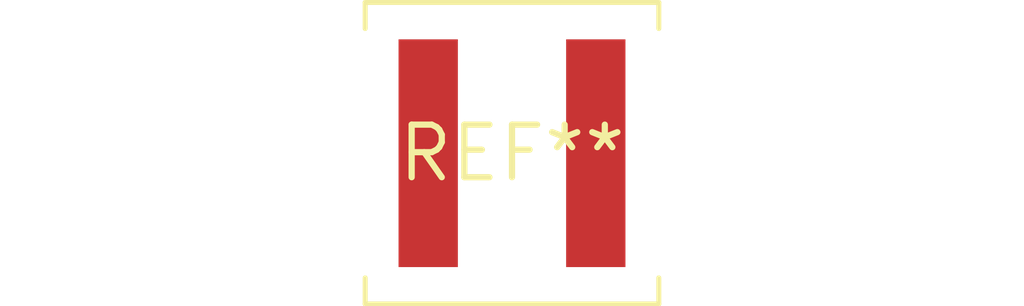
<source format=kicad_pcb>
(kicad_pcb (version 20240108) (generator pcbnew)
  (layers (0 "F.Cu" signal) (31 "B.Cu" signal) (34 "B.Paste" user) (35 "F.Paste" user) (36 "B.SilkS" user "B.Silkscreen") (37 "F.SilkS" user "F.Silkscreen") (38 "B.Mask" user) (39 "F.Mask" user) (44 "Edge.Cuts" user))
  (net 0 "")
  (footprint "L_Coilcraft_XAL6020-XXX" (layer "F.Cu") (at 0 0)
    (property "Reference" "REF**")
    (property "Value" "L_Coilcraft_XAL6020-XXX")
    (fp_line (start -3.54 -3.64) (end -3.54 -3.01) (layer "F.SilkS") (stroke (width 0.12)))
    (fp_line (start -3.54 -3.64) (end 3.54 -3.64) (layer "F.SilkS") (stroke (width 0.12)))
    (fp_line (start -3.54 3.64) (end -3.54 3.01) (layer "F.SilkS") (stroke (width 0.12)))
    (fp_line (start -3.54 3.64) (end 3.54 3.64) (layer "F.SilkS") (stroke (width 0.12)))
    (fp_line (start 3.54 -3.64) (end 3.54 -3.01) (layer "F.SilkS") (stroke (width 0.12)))
    (fp_line (start 3.54 3.64) (end 3.54 3.01) (layer "F.SilkS") (stroke (width 0.12)))
    (pad "1" smd rect (at -2.02 0) (size 1.43 5.5) (layers "F.Cu" "F.Paste" "F.Mask"))
    (pad "2" smd rect (at 2.02 0) (size 1.43 5.5) (layers "F.Cu" "F.Paste" "F.Mask"))
  )
)
</source>
